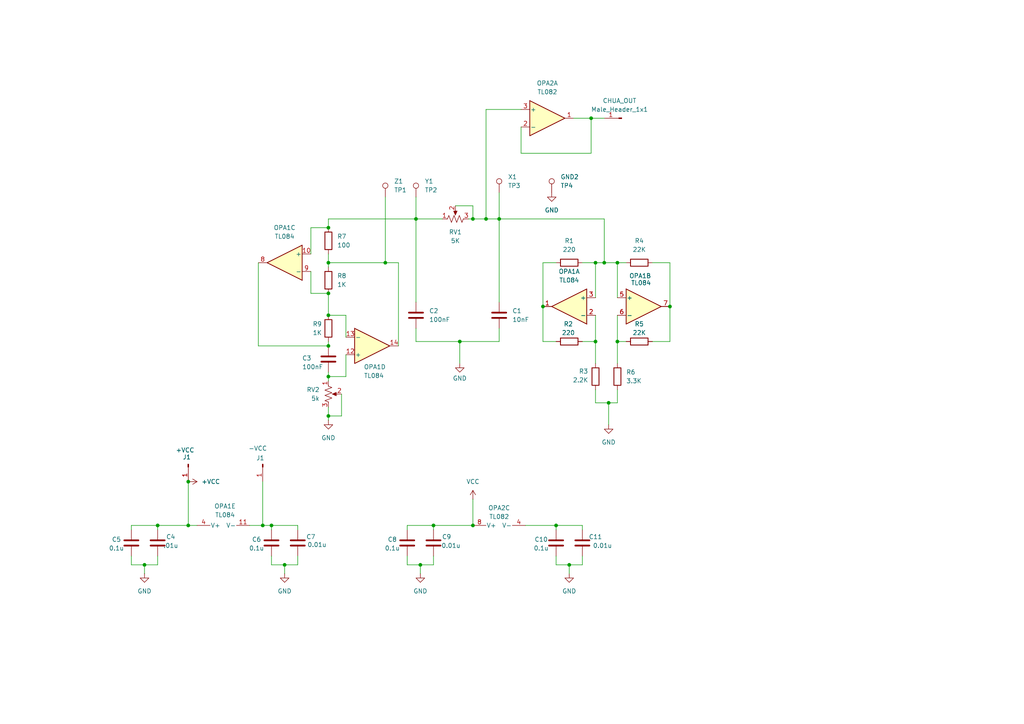
<source format=kicad_sch>
(kicad_sch (version 20250114) (generator "eeschema") (generator_version "9.0")
  (paper "A4")
  (lib_symbols
    (symbol "Amplifier_Operational:TL082" (pin_names (offset 0.127))
      (property "Reference" "U" (at 0 5.08 0))
      (property "Value" "TL082" (at 0 -5.08 0))
      (symbol "TL082_1_1"
        (polyline (pts (xy -5.08 5.08) (xy 5.08 0) (xy -5.08 -5.08) (xy -5.08 5.08)) (stroke (width 0.254)) (fill (type background)))
        (pin input line (at -7.62 2.54 0) (length 2.54) (name "+") (number "3"))
        (pin input line (at -7.62 -2.54 0) (length 2.54) (name "-") (number "2"))
        (pin output line (at 7.62 0 180) (length 2.54) (name "~") (number "1"))
      )
      (symbol "TL082_2_1"
        (polyline (pts (xy -5.08 5.08) (xy 5.08 0) (xy -5.08 -5.08) (xy -5.08 5.08)) (stroke (width 0.254)) (fill (type background)))
        (pin input line (at -7.62 2.54 0) (length 2.54) (name "+") (number "5"))
        (pin input line (at -7.62 -2.54 0) (length 2.54) (name "-") (number "6"))
        (pin output line (at 7.62 0 180) (length 2.54) (name "~") (number "7"))
      )
      (symbol "TL082_3_1"
        (pin power_in line (at -2.54 7.62 270) (length 3.81) (name "V+") (number "8"))
        (pin power_in line (at -2.54 -7.62 90) (length 3.81) (name "V-") (number "4"))
      )
    )
    (symbol "Amplifier_Operational:TL084" (pin_names (offset 0.127))
      (property "Reference" "OPA1" (at 0 -10.16 0))
      (property "Value" "TL084" (at 0 -7.62 0))
      (symbol "TL084_1_1"
        (polyline (pts (xy -5.08 5.08) (xy 5.08 0) (xy -5.08 -5.08) (xy -5.08 5.08)) (stroke (width 0.254)) (fill (type background)))
        (pin input line (at -7.62 2.54 0) (length 2.54) (name "-") (number "2"))
        (pin input line (at -7.62 -2.54 0) (length 2.54) (name "+") (number "3"))
        (pin output line (at 7.62 0 180) (length 2.54) (name "~") (number "1"))
      )
      (symbol "TL084_2_1"
        (polyline (pts (xy -5.08 5.08) (xy 5.08 0) (xy -5.08 -5.08) (xy -5.08 5.08)) (stroke (width 0.254)) (fill (type background)))
        (pin input line (at -7.62 2.54 0) (length 2.54) (name "+") (number "5"))
        (pin input line (at -7.62 -2.54 0) (length 2.54) (name "-") (number "6"))
        (pin output line (at 7.62 0 180) (length 2.54) (name "~") (number "7"))
      )
      (symbol "TL084_3_1"
        (polyline (pts (xy -5.08 5.08) (xy 5.08 0) (xy -5.08 -5.08) (xy -5.08 5.08)) (stroke (width 0.254)) (fill (type background)))
        (pin input line (at -7.62 2.54 0) (length 2.54) (name "-") (number "9"))
        (pin input line (at -7.62 -2.54 0) (length 2.54) (name "+") (number "10"))
        (pin output line (at 7.62 0 180) (length 2.54) (name "~") (number "8"))
      )
      (symbol "TL084_4_1"
        (polyline (pts (xy -5.08 5.08) (xy 5.08 0) (xy -5.08 -5.08) (xy -5.08 5.08)) (stroke (width 0.254)) (fill (type background)))
        (pin input line (at -7.62 2.54 0) (length 2.54) (name "-") (number "13"))
        (pin input line (at -7.62 -2.54 0) (length 2.54) (name "+") (number "12"))
        (pin output line (at 7.62 0 180) (length 2.54) (name "~") (number "14"))
      )
      (symbol "TL084_5_1"
        (pin power_in line (at -2.54 7.62 270) (length 3.81) (name "V+") (number "4"))
        (pin power_in line (at -2.54 -7.62 90) (length 3.81) (name "V-") (number "11"))
      )
    )
    (symbol "Connector:Conn_01x01_Pin" (pin_names (offset 1.016) (hide yes))
      (property "Reference" "J" (at 0 2.54 0))
      (property "Value" "Conn_01x01_Pin" (at 0 -2.54 0))
      (symbol "Conn_01x01_Pin_1_1"
        (rectangle (start 0.8636 0.127) (end 0 -0.127) (stroke (width 0.1524)) (fill (type outline)))
        (polyline (pts (xy 1.27 0) (xy 0.8636 0)) (stroke (width 0.1524)))
        (pin passive line (at 5.08 0 180) (length 3.81) (name "Pin_1") (number "1"))
      )
    )
    (symbol "Connector:TestPoint" (pin_numbers (hide yes)) (pin_names (offset 0.762) (hide yes))
      (property "Reference" "TP" (at 0 6.858 0))
      (property "Value" "TestPoint" (at 0 5.08 0))
      (symbol "TestPoint_0_1"
        (circle (center 0 3.302) (radius 0.762))
      )
      (symbol "TestPoint_1_1"
        (pin passive line (at 0 0 90) (length 2.54) (name "1") (number "1"))
      )
    )
    (symbol "Device:C" (pin_numbers (hide yes)) (pin_names (offset 0.254))
      (property "Reference" "C" (at 0.635 2.54 0))
      (property "Value" "C" (at 0.635 -2.54 0))
      (symbol "C_0_1"
        (polyline (pts (xy -2.032 0.762) (xy 2.032 0.762)) (stroke (width 0.508)))
        (polyline (pts (xy -2.032 -0.762) (xy 2.032 -0.762)) (stroke (width 0.508)))
      )
      (symbol "C_1_1"
        (pin passive line (at 0 3.81 270) (length 2.794) (name "~") (number "1"))
        (pin passive line (at 0 -3.81 90) (length 2.794) (name "~") (number "2"))
      )
    )
    (symbol "Device:R" (pin_numbers (hide yes)) (pin_names (offset 0))
      (property "Reference" "R" (at 2.032 0 90))
      (property "Value" "R" (at 0 0 90))
      (symbol "R_0_1"
        (rectangle (start -1.016 -2.54) (end 1.016 2.54) (stroke (width 0.254)))
      )
      (symbol "R_1_1"
        (pin passive line (at 0 3.81 270) (length 1.27) (name "~") (number "1"))
        (pin passive line (at 0 -3.81 90) (length 1.27) (name "~") (number "2"))
      )
    )
    (symbol "Device:R_Potentiometer_US" (pin_names (offset 1.016) (hide yes))
      (property "Reference" "RV" (at -4.445 0 90))
      (property "Value" "R_Potentiometer_US" (at -2.54 0 90))
      (symbol "R_Potentiometer_US_0_1"
        (polyline (pts (xy 0 2.54) (xy 0 2.286)))
        (polyline (pts (xy 0 2.286) (xy 1.016 1.905) (xy 0 1.524) (xy -1.016 1.143) (xy 0 0.762)))
        (polyline (pts (xy 0 0.762) (xy 1.016 0.381) (xy 0 0) (xy -1.016 -0.381) (xy 0 -0.762)))
        (polyline (pts (xy 0 -0.762) (xy 1.016 -1.143) (xy 0 -1.524) (xy -1.016 -1.905) (xy 0 -2.286)))
        (polyline (pts (xy 0 -2.286) (xy 0 -2.54)))
        (polyline (pts (xy 1.143 0) (xy 2.286 0.508) (xy 2.286 -0.508) (xy 1.143 0)) (fill (type outline)))
        (polyline (pts (xy 2.54 0) (xy 1.524 0)))
      )
      (symbol "R_Potentiometer_US_1_1"
        (pin passive line (at 0 3.81 270) (length 1.27) (name "1") (number "1"))
        (pin passive line (at 0 -3.81 90) (length 1.27) (name "3") (number "3"))
        (pin passive line (at 3.81 0 180) (length 1.27) (name "2") (number "2"))
      )
    )
    (symbol "TL084_1" (pin_names (offset 0.127))
      (property "Reference" "OPA1" (at 0 -10.16 0))
      (property "Value" "TL084" (at 0 -7.62 0))
      (symbol "TL084_1_1_1"
        (polyline (pts (xy -5.08 5.08) (xy 5.08 0) (xy -5.08 -5.08) (xy -5.08 5.08)) (stroke (width 0.254)) (fill (type background)))
        (pin input line (at -7.62 2.54 0) (length 2.54) (name "-") (number "2"))
        (pin input line (at -7.62 -2.54 0) (length 2.54) (name "+") (number "3"))
        (pin output line (at 7.62 0 180) (length 2.54) (name "~") (number "1"))
      )
      (symbol "TL084_1_2_1"
        (polyline (pts (xy -5.08 5.08) (xy 5.08 0) (xy -5.08 -5.08) (xy -5.08 5.08)) (stroke (width 0.254)) (fill (type background)))
        (pin input line (at -7.62 2.54 0) (length 2.54) (name "+") (number "5"))
        (pin input line (at -7.62 -2.54 0) (length 2.54) (name "-") (number "6"))
        (pin output line (at 7.62 0 180) (length 2.54) (name "~") (number "7"))
      )
      (symbol "TL084_1_3_1"
        (polyline (pts (xy -5.08 5.08) (xy 5.08 0) (xy -5.08 -5.08) (xy -5.08 5.08)) (stroke (width 0.254)) (fill (type background)))
        (pin input line (at -7.62 2.54 0) (length 2.54) (name "-") (number "9"))
        (pin input line (at -7.62 -2.54 0) (length 2.54) (name "+") (number "10"))
        (pin output line (at 7.62 0 180) (length 2.54) (name "~") (number "8"))
      )
      (symbol "TL084_1_4_1"
        (polyline (pts (xy -5.08 5.08) (xy 5.08 0) (xy -5.08 -5.08) (xy -5.08 5.08)) (stroke (width 0.254)) (fill (type background)))
        (pin input line (at -7.62 2.54 0) (length 2.54) (name "-") (number "13"))
        (pin input line (at -7.62 -2.54 0) (length 2.54) (name "+") (number "12"))
        (pin output line (at 7.62 0 180) (length 2.54) (name "~") (number "14"))
      )
      (symbol "TL084_1_5_1"
        (pin power_in line (at -2.54 7.62 270) (length 3.81) (name "V+") (number "4"))
        (pin power_in line (at -2.54 -7.62 90) (length 3.81) (name "V-") (number "11"))
      )
    )
    (symbol "TL084_2" (pin_names (offset 0.127))
      (property "Reference" "OPA1" (at 0 -10.16 0))
      (property "Value" "TL084" (at 0 -7.62 0))
      (symbol "TL084_2_1_1"
        (polyline (pts (xy -5.08 5.08) (xy 5.08 0) (xy -5.08 -5.08) (xy -5.08 5.08)) (stroke (width 0.254)) (fill (type background)))
        (pin input line (at -7.62 2.54 0) (length 2.54) (name "-") (number "2"))
        (pin input line (at -7.62 -2.54 0) (length 2.54) (name "+") (number "3"))
        (pin output line (at 7.62 0 180) (length 2.54) (name "~") (number "1"))
      )
      (symbol "TL084_2_2_1"
        (polyline (pts (xy -5.08 5.08) (xy 5.08 0) (xy -5.08 -5.08) (xy -5.08 5.08)) (stroke (width 0.254)) (fill (type background)))
        (pin input line (at -7.62 2.54 0) (length 2.54) (name "+") (number "5"))
        (pin input line (at -7.62 -2.54 0) (length 2.54) (name "-") (number "6"))
        (pin output line (at 7.62 0 180) (length 2.54) (name "~") (number "7"))
      )
      (symbol "TL084_2_3_1"
        (polyline (pts (xy -5.08 5.08) (xy 5.08 0) (xy -5.08 -5.08) (xy -5.08 5.08)) (stroke (width 0.254)) (fill (type background)))
        (pin input line (at -7.62 2.54 0) (length 2.54) (name "-") (number "9"))
        (pin input line (at -7.62 -2.54 0) (length 2.54) (name "+") (number "10"))
        (pin output line (at 7.62 0 180) (length 2.54) (name "~") (number "8"))
      )
      (symbol "TL084_2_4_1"
        (polyline (pts (xy -5.08 5.08) (xy 5.08 0) (xy -5.08 -5.08) (xy -5.08 5.08)) (stroke (width 0.254)) (fill (type background)))
        (pin input line (at -7.62 2.54 0) (length 2.54) (name "-") (number "13"))
        (pin input line (at -7.62 -2.54 0) (length 2.54) (name "+") (number "12"))
        (pin output line (at 7.62 0 180) (length 2.54) (name "~") (number "14"))
      )
      (symbol "TL084_2_5_1"
        (pin power_in line (at -2.54 7.62 270) (length 3.81) (name "V+") (number "4"))
        (pin power_in line (at -2.54 -7.62 90) (length 3.81) (name "V-") (number "11"))
      )
    )
    (symbol "TL084_3" (pin_names (offset 0.127))
      (property "Reference" "OPA1" (at 0 -10.16 0))
      (property "Value" "TL084" (at 0 -7.62 0))
      (symbol "TL084_3_1_1"
        (polyline (pts (xy -5.08 5.08) (xy 5.08 0) (xy -5.08 -5.08) (xy -5.08 5.08)) (stroke (width 0.254)) (fill (type background)))
        (pin input line (at -7.62 2.54 0) (length 2.54) (name "-") (number "2"))
        (pin input line (at -7.62 -2.54 0) (length 2.54) (name "+") (number "3"))
        (pin output line (at 7.62 0 180) (length 2.54) (name "~") (number "1"))
      )
      (symbol "TL084_3_2_1"
        (polyline (pts (xy -5.08 5.08) (xy 5.08 0) (xy -5.08 -5.08) (xy -5.08 5.08)) (stroke (width 0.254)) (fill (type background)))
        (pin input line (at -7.62 2.54 0) (length 2.54) (name "+") (number "5"))
        (pin input line (at -7.62 -2.54 0) (length 2.54) (name "-") (number "6"))
        (pin output line (at 7.62 0 180) (length 2.54) (name "~") (number "7"))
      )
      (symbol "TL084_3_3_1"
        (polyline (pts (xy -5.08 5.08) (xy 5.08 0) (xy -5.08 -5.08) (xy -5.08 5.08)) (stroke (width 0.254)) (fill (type background)))
        (pin input line (at -7.62 2.54 0) (length 2.54) (name "-") (number "9"))
        (pin input line (at -7.62 -2.54 0) (length 2.54) (name "+") (number "10"))
        (pin output line (at 7.62 0 180) (length 2.54) (name "~") (number "8"))
      )
      (symbol "TL084_3_4_1"
        (polyline (pts (xy -5.08 5.08) (xy 5.08 0) (xy -5.08 -5.08) (xy -5.08 5.08)) (stroke (width 0.254)) (fill (type background)))
        (pin input line (at -7.62 2.54 0) (length 2.54) (name "-") (number "13"))
        (pin input line (at -7.62 -2.54 0) (length 2.54) (name "+") (number "12"))
        (pin output line (at 7.62 0 180) (length 2.54) (name "~") (number "14"))
      )
      (symbol "TL084_3_5_1"
        (pin power_in line (at -2.54 7.62 270) (length 3.81) (name "V+") (number "4"))
        (pin power_in line (at -2.54 -7.62 90) (length 3.81) (name "V-") (number "11"))
      )
    )
    (symbol "TL084_4" (pin_names (offset 0.127))
      (property "Reference" "OPA1" (at 0 -10.16 0))
      (property "Value" "TL084" (at 0 -7.62 0))
      (symbol "TL084_4_1_1"
        (polyline (pts (xy -5.08 5.08) (xy 5.08 0) (xy -5.08 -5.08) (xy -5.08 5.08)) (stroke (width 0.254)) (fill (type background)))
        (pin input line (at -7.62 2.54 0) (length 2.54) (name "-") (number "2"))
        (pin input line (at -7.62 -2.54 0) (length 2.54) (name "+") (number "3"))
        (pin output line (at 7.62 0 180) (length 2.54) (name "~") (number "1"))
      )
      (symbol "TL084_4_2_1"
        (polyline (pts (xy -5.08 5.08) (xy 5.08 0) (xy -5.08 -5.08) (xy -5.08 5.08)) (stroke (width 0.254)) (fill (type background)))
        (pin input line (at -7.62 2.54 0) (length 2.54) (name "+") (number "5"))
        (pin input line (at -7.62 -2.54 0) (length 2.54) (name "-") (number "6"))
        (pin output line (at 7.62 0 180) (length 2.54) (name "~") (number "7"))
      )
      (symbol "TL084_4_3_1"
        (polyline (pts (xy -5.08 5.08) (xy 5.08 0) (xy -5.08 -5.08) (xy -5.08 5.08)) (stroke (width 0.254)) (fill (type background)))
        (pin input line (at -7.62 2.54 0) (length 2.54) (name "-") (number "9"))
        (pin input line (at -7.62 -2.54 0) (length 2.54) (name "+") (number "10"))
        (pin output line (at 7.62 0 180) (length 2.54) (name "~") (number "8"))
      )
      (symbol "TL084_4_4_1"
        (polyline (pts (xy -5.08 5.08) (xy 5.08 0) (xy -5.08 -5.08) (xy -5.08 5.08)) (stroke (width 0.254)) (fill (type background)))
        (pin input line (at -7.62 2.54 0) (length 2.54) (name "-") (number "13"))
        (pin input line (at -7.62 -2.54 0) (length 2.54) (name "+") (number "12"))
        (pin output line (at 7.62 0 180) (length 2.54) (name "~") (number "14"))
      )
      (symbol "TL084_4_5_1"
        (pin power_in line (at -2.54 7.62 270) (length 3.81) (name "V+") (number "4"))
        (pin power_in line (at -2.54 -7.62 90) (length 3.81) (name "V-") (number "11"))
      )
    )
    (symbol "power:GND" (power) (pin_numbers (hide yes)) (pin_names (offset 0) (hide yes))
      (property "Value" "GND" (at 0 -3.81 0))
      (symbol "GND_0_1"
        (polyline (pts (xy 0 0) (xy 0 -1.27) (xy 1.27 -1.27) (xy 0 -2.54) (xy -1.27 -1.27) (xy 0 -1.27)))
      )
      (symbol "GND_1_1"
        (pin power_in line (at 0 0 270) (length 0) (name "~") (number "1"))
      )
    )
    (symbol "power:VCC" (power) (pin_numbers (hide yes)) (pin_names (offset 0) (hide yes))
      (property "Value" "VCC" (at 0 3.556 0))
      (symbol "VCC_0_1"
        (polyline (pts (xy -0.762 1.27) (xy 0 2.54)))
        (polyline (pts (xy 0 2.54) (xy 0.762 1.27)))
        (polyline (pts (xy 0 0) (xy 0 2.54)))
      )
      (symbol "VCC_1_1"
        (pin power_in line (at 0 0 90) (length 0) (name "~") (number "1"))
      )
    )
  )
  (junction (at 95.25 109.22))
  (junction (at 95.25 85.09))
  (junction (at 194.31 88.9))
  (junction (at 111.76 76.2))
  (junction (at 54.61 152.4))
  (junction (at 157.48 88.9))
  (junction (at 45.72 152.4))
  (junction (at 54.61 139.7))
  (junction (at 125.73 152.4))
  (junction (at 133.35 99.06))
  (junction (at 137.16 152.4))
  (junction (at 140.97 63.5))
  (junction (at 95.25 120.65))
  (junction (at 95.25 76.2))
  (junction (at 179.07 99.06))
  (junction (at 95.25 91.44))
  (junction (at 76.2 152.4))
  (junction (at 161.29 152.4))
  (junction (at 120.65 63.5))
  (junction (at 172.72 99.06))
  (junction (at 95.25 100.33))
  (junction (at 121.92 163.83))
  (junction (at 179.07 76.2))
  (junction (at 175.26 76.2))
  (junction (at 82.55 163.83))
  (junction (at 144.78 63.5))
  (junction (at 171.45 34.29))
  (junction (at 172.72 76.2))
  (junction (at 176.53 116.84))
  (junction (at 95.25 66.04))
  (junction (at 137.16 63.5))
  (junction (at 165.1 163.83))
  (junction (at 41.91 163.83))
  (junction (at 78.74 152.4))
  (wire (pts (xy 157.48 76.2) (xy 157.48 88.9)))
  (wire (pts (xy 121.92 163.83) (xy 121.92 166.37)))
  (wire (pts (xy 90.17 78.74) (xy 90.17 85.09)))
  (wire (pts (xy 194.31 88.9) (xy 194.31 76.2)))
  (wire (pts (xy 86.36 163.83) (xy 82.55 163.83)))
  (wire (pts (xy 90.17 66.04) (xy 95.25 66.04)))
  (wire (pts (xy 82.55 163.83) (xy 78.74 163.83)))
  (wire (pts (xy 144.78 63.5) (xy 144.78 87.63)))
  (wire (pts (xy 161.29 152.4) (xy 161.29 153.67)))
  (wire (pts (xy 76.2 152.4) (xy 78.74 152.4)))
  (wire (pts (xy 144.78 55.88) (xy 144.78 63.5)))
  (wire (pts (xy 100.33 109.22) (xy 100.33 102.87)))
  (wire (pts (xy 172.72 76.2) (xy 175.26 76.2)))
  (wire (pts (xy 168.91 76.2) (xy 172.72 76.2)))
  (wire (pts (xy 76.2 139.7) (xy 76.2 152.4)))
  (wire (pts (xy 144.78 63.5) (xy 175.26 63.5)))
  (wire (pts (xy 137.16 152.4) (xy 125.73 152.4)))
  (wire (pts (xy 95.25 76.2) (xy 95.25 77.47)))
  (wire (pts (xy 120.65 57.15) (xy 120.65 63.5)))
  (wire (pts (xy 120.65 99.06) (xy 133.35 99.06)))
  (wire (pts (xy 125.73 161.29) (xy 125.73 163.83)))
  (wire (pts (xy 179.07 76.2) (xy 179.07 86.36)))
  (wire (pts (xy 175.26 76.2) (xy 179.07 76.2)))
  (wire (pts (xy 95.25 118.11) (xy 95.25 120.65)))
  (wire (pts (xy 168.91 152.4) (xy 161.29 152.4)))
  (wire (pts (xy 95.25 76.2) (xy 111.76 76.2)))
  (wire (pts (xy 100.33 91.44) (xy 100.33 97.79)))
  (wire (pts (xy 172.72 99.06) (xy 168.91 99.06)))
  (wire (pts (xy 171.45 34.29) (xy 175.26 34.29)))
  (wire (pts (xy 95.25 109.22) (xy 100.33 109.22)))
  (wire (pts (xy 45.72 152.4) (xy 38.1 152.4)))
  (wire (pts (xy 118.11 152.4) (xy 118.11 153.67)))
  (wire (pts (xy 54.61 152.4) (xy 45.72 152.4)))
  (wire (pts (xy 45.72 152.4) (xy 45.72 153.67)))
  (wire (pts (xy 161.29 76.2) (xy 157.48 76.2)))
  (wire (pts (xy 125.73 152.4) (xy 118.11 152.4)))
  (wire (pts (xy 95.25 120.65) (xy 99.06 120.65)))
  (wire (pts (xy 140.97 63.5) (xy 144.78 63.5)))
  (wire (pts (xy 168.91 161.29) (xy 168.91 163.83)))
  (wire (pts (xy 72.39 152.4) (xy 76.2 152.4)))
  (wire (pts (xy 99.06 114.3) (xy 99.06 120.65)))
  (wire (pts (xy 144.78 95.25) (xy 144.78 99.06)))
  (wire (pts (xy 137.16 63.5) (xy 140.97 63.5)))
  (wire (pts (xy 90.17 85.09) (xy 95.25 85.09)))
  (wire (pts (xy 165.1 163.83) (xy 165.1 166.37)))
  (wire (pts (xy 135.89 63.5) (xy 137.16 63.5)))
  (wire (pts (xy 140.97 63.5) (xy 140.97 31.75)))
  (wire (pts (xy 179.07 113.03) (xy 179.07 116.84)))
  (wire (pts (xy 172.72 91.44) (xy 172.72 99.06)))
  (wire (pts (xy 111.76 57.15) (xy 111.76 76.2)))
  (wire (pts (xy 140.97 31.75) (xy 151.13 31.75)))
  (wire (pts (xy 176.53 116.84) (xy 176.53 123.19)))
  (wire (pts (xy 133.35 99.06) (xy 133.35 105.41)))
  (wire (pts (xy 120.65 63.5) (xy 120.65 87.63)))
  (wire (pts (xy 74.93 76.2) (xy 74.93 100.33)))
  (wire (pts (xy 128.27 63.5) (xy 120.65 63.5)))
  (wire (pts (xy 137.16 63.5) (xy 137.16 59.69)))
  (wire (pts (xy 45.72 161.29) (xy 45.72 163.83)))
  (wire (pts (xy 175.26 76.2) (xy 175.26 63.5)))
  (wire (pts (xy 95.25 100.33) (xy 95.25 99.06)))
  (wire (pts (xy 57.15 152.4) (xy 54.61 152.4)))
  (wire (pts (xy 179.07 91.44) (xy 179.07 99.06)))
  (wire (pts (xy 125.73 152.4) (xy 125.73 153.67)))
  (wire (pts (xy 172.72 113.03) (xy 172.72 116.84)))
  (wire (pts (xy 78.74 152.4) (xy 78.74 153.67)))
  (wire (pts (xy 157.48 99.06) (xy 161.29 99.06)))
  (wire (pts (xy 78.74 161.29) (xy 78.74 163.83)))
  (wire (pts (xy 120.65 95.25) (xy 120.65 99.06)))
  (wire (pts (xy 172.72 116.84) (xy 176.53 116.84)))
  (wire (pts (xy 74.93 100.33) (xy 95.25 100.33)))
  (wire (pts (xy 171.45 34.29) (xy 171.45 44.45)))
  (wire (pts (xy 45.72 163.83) (xy 41.91 163.83)))
  (wire (pts (xy 90.17 66.04) (xy 90.17 73.66)))
  (wire (pts (xy 95.25 110.49) (xy 95.25 109.22)))
  (wire (pts (xy 137.16 152.4) (xy 137.16 144.78)))
  (wire (pts (xy 38.1 152.4) (xy 38.1 153.67)))
  (wire (pts (xy 161.29 161.29) (xy 161.29 163.83)))
  (wire (pts (xy 95.25 63.5) (xy 120.65 63.5)))
  (wire (pts (xy 179.07 99.06) (xy 179.07 105.41)))
  (wire (pts (xy 165.1 163.83) (xy 161.29 163.83)))
  (wire (pts (xy 157.48 88.9) (xy 157.48 99.06)))
  (wire (pts (xy 82.55 163.83) (xy 82.55 166.37)))
  (wire (pts (xy 41.91 163.83) (xy 41.91 166.37)))
  (wire (pts (xy 115.57 76.2) (xy 115.57 100.33)))
  (wire (pts (xy 54.61 139.7) (xy 54.61 152.4)))
  (wire (pts (xy 168.91 163.83) (xy 165.1 163.83)))
  (wire (pts (xy 41.91 163.83) (xy 38.1 163.83)))
  (wire (pts (xy 95.25 63.5) (xy 95.25 66.04)))
  (wire (pts (xy 132.08 59.69) (xy 137.16 59.69)))
  (wire (pts (xy 151.13 36.83) (xy 151.13 44.45)))
  (wire (pts (xy 95.25 91.44) (xy 100.33 91.44)))
  (wire (pts (xy 172.72 86.36) (xy 172.72 76.2)))
  (wire (pts (xy 179.07 99.06) (xy 181.61 99.06)))
  (wire (pts (xy 189.23 99.06) (xy 194.31 99.06)))
  (wire (pts (xy 133.35 99.06) (xy 144.78 99.06)))
  (wire (pts (xy 179.07 76.2) (xy 181.61 76.2)))
  (wire (pts (xy 111.76 76.2) (xy 115.57 76.2)))
  (wire (pts (xy 118.11 161.29) (xy 118.11 163.83)))
  (wire (pts (xy 168.91 152.4) (xy 168.91 153.67)))
  (wire (pts (xy 166.37 34.29) (xy 171.45 34.29)))
  (wire (pts (xy 95.25 73.66) (xy 95.25 76.2)))
  (wire (pts (xy 38.1 161.29) (xy 38.1 163.83)))
  (wire (pts (xy 86.36 152.4) (xy 78.74 152.4)))
  (wire (pts (xy 172.72 99.06) (xy 172.72 105.41)))
  (wire (pts (xy 179.07 116.84) (xy 176.53 116.84)))
  (wire (pts (xy 95.25 85.09) (xy 95.25 91.44)))
  (wire (pts (xy 171.45 44.45) (xy 151.13 44.45)))
  (wire (pts (xy 152.4 152.4) (xy 161.29 152.4)))
  (wire (pts (xy 86.36 161.29) (xy 86.36 163.83)))
  (wire (pts (xy 95.25 109.22) (xy 95.25 107.95)))
  (wire (pts (xy 189.23 76.2) (xy 194.31 76.2)))
  (wire (pts (xy 194.31 99.06) (xy 194.31 88.9)))
  (wire (pts (xy 121.92 163.83) (xy 118.11 163.83)))
  (wire (pts (xy 125.73 163.83) (xy 121.92 163.83)))
  (wire (pts (xy 95.25 121.92) (xy 95.25 120.65)))
  (wire (pts (xy 86.36 152.4) (xy 86.36 153.67)))
  (symbol (lib_id "Device:R_Potentiometer_US") (at 132.08 63.5 90) (unit 1)
    (property "Reference" "RV1" (at 132.08 67.31 90))
    (property "Value" "5K" (at 132.08 69.85 90))
    (property "Footprint" "Connector_PinHeader_2.54mm:PinHeader_1x03_P2.54mm_Vertical" (effects (hide yes)))
    (property "Description" "Potentiometer, US symbol" (effects (hide yes)))
  )
  (symbol (lib_id "Device:R") (at 185.42 76.2 90) (unit 1)
    (property "Reference" "R4" (at 185.42 69.85 90))
    (property "Value" "22K" (at 185.42 72.39 90))
    (property "Footprint" "Resistor_SMD:R_0603_1608Metric" (effects (hide yes)))
    (property "Description" "Resistor" (effects (hide yes)))
  )
  (symbol (lib_id "Device:R") (at 95.25 81.28 180) (unit 1)
    (property "Reference" "R8" (at 97.79 80.0099 0) (effects (justify right)))
    (property "Value" "1K" (at 97.79 82.5499 0) (effects (justify right)))
    (property "Footprint" "Resistor_SMD:R_0603_1608Metric" (effects (hide yes)))
    (property "Description" "Resistor" (effects (hide yes)))
  )
  (symbol (lib_id "Device:C") (at 161.29 157.48 0) (unit 1)
    (property "Reference" "C10" (at 156.972 156.464 0))
    (property "Value" "0.1u" (at 156.972 159.004 0))
    (property "Description" "Unpolarized capacitor" (effects (hide yes)))
  )
  (symbol (lib_id "Device:C") (at 120.65 91.44 0) (unit 1)
    (property "Reference" "C2" (at 124.46 90.1699 0) (effects (justify left)))
    (property "Value" "100nF" (at 124.46 92.7099 0) (effects (justify left)))
    (property "Footprint" "Capacitor_SMD:C_1206_3216Metric" (effects (hide yes)))
    (property "Description" "Unpolarized capacitor" (effects (hide yes)))
  )
  (symbol (lib_name "TL084_1") (lib_id "Amplifier_Operational:TL084") (at 186.69 88.9 0) (unit 2)
    (property "Reference" "OPA1" (at 185.674 80.01 0))
    (property "Value" "TL084" (at 185.928 82.042 0))
    (property "Footprint" "SamacSys_Parts:TL084" (effects (hide yes)))
    (property "Datasheet" "http://www.ti.com/lit/ds/symlink/tl081.pdf" (effects (hide yes)))
    (property "Description" "Quad JFET-Input Operational Amplifiers, DIP-14/SOIC-14/SSOP-14" (effects (hide yes)))
  )
  (symbol (lib_id "Device:C") (at 125.73 157.48 0) (unit 1)
    (property "Reference" "C9" (at 129.54 155.702 0))
    (property "Value" "0.01u" (at 130.81 158.242 0))
    (property "Description" "Unpolarized capacitor" (effects (hide yes)))
  )
  (symbol (lib_id "Device:R") (at 172.72 109.22 180) (unit 1)
    (property "Reference" "R3" (at 167.894 107.696 0) (effects (justify right)))
    (property "Value" "2.2K" (at 166.116 110.236 0) (effects (justify right)))
    (property "Footprint" "Resistor_SMD:R_0603_1608Metric" (effects (hide yes)))
    (property "Description" "Resistor" (effects (hide yes)))
  )
  (symbol (lib_id "power:GND") (at 160.02 55.88 0) (unit 1)
    (property "Reference" "#PWR03" (effects (hide yes)))
    (property "Value" "GND" (at 160.02 60.96 0))
    (property "Description" "Power symbol creates a global label with name \"GND\" , ground" (effects (hide yes)))
  )
  (symbol (lib_id "power:VCC") (at 137.16 144.78 0) (unit 1)
    (property "Reference" "#PWR08" (effects (hide yes)))
    (property "Value" "VCC" (at 137.16 139.7 0))
    (property "Description" "Power symbol creates a global label with name \"VCC\"" (effects (hide yes)))
  )
  (symbol (lib_id "Amplifier_Operational:TL082") (at 158.75 34.29 0) (unit 1)
    (property "Reference" "OPA2" (at 158.75 24.13 0))
    (property "Value" "TL082" (at 158.75 26.67 0))
    (property "Footprint" "SamacSys_Parts:TL082" (effects (hide yes)))
    (property "Datasheet" "http://www.ti.com/lit/ds/symlink/tl081.pdf" (effects (hide yes)))
    (property "Description" "Dual JFET-Input Operational Amplifiers, DIP-8/SOIC-8/SSOP-8" (effects (hide yes)))
  )
  (symbol (lib_id "Device:R") (at 95.25 95.25 180) (unit 1)
    (property "Reference" "R9" (at 90.678 93.98 0) (effects (justify right)))
    (property "Value" "1K" (at 90.678 96.52 0) (effects (justify right)))
    (property "Footprint" "Resistor_SMD:R_0603_1608Metric" (effects (hide yes)))
    (property "Description" "Resistor" (effects (hide yes)))
  )
  (symbol (lib_id "Connector:TestPoint") (at 144.78 55.88 0) (unit 1)
    (property "Reference" "X1" (at 147.32 51.3079 0) (effects (justify left)))
    (property "Value" "TP3" (at 147.32 53.8479 0) (effects (justify left)))
    (property "Footprint" "Connector_PinHeader_2.54mm:PinHeader_1x01_P2.54mm_Vertical" (effects (hide yes)))
    (property "Description" "test point" (effects (hide yes)))
  )
  (symbol (lib_id "Connector:TestPoint") (at 120.65 57.15 0) (unit 1)
    (property "Reference" "Y1" (at 123.19 52.5779 0) (effects (justify left)))
    (property "Value" "TP2" (at 123.19 55.1179 0) (effects (justify left)))
    (property "Footprint" "Connector_PinHeader_2.54mm:PinHeader_1x01_P2.54mm_Vertical" (effects (hide yes)))
    (property "Description" "test point" (effects (hide yes)))
  )
  (symbol (lib_id "Device:R") (at 165.1 99.06 90) (unit 1)
    (property "Reference" "R2" (at 164.846 93.98 90))
    (property "Value" "220" (at 164.846 96.52 90))
    (property "Footprint" "Resistor_SMD:R_0603_1608Metric" (effects (hide yes)))
    (property "Description" "Resistor" (effects (hide yes)))
  )
  (symbol (lib_id "Connector:Conn_01x01_Pin") (at 76.2 134.62 270) (unit 1)
    (property "Reference" "-VCC" (at 77.47 130.048 90) (effects (justify right)))
    (property "Value" "J1" (at 76.708 132.842 90) (effects (justify right)))
    (property "Footprint" "Connector_PinHeader_2.54mm:PinHeader_1x01_P2.54mm_Vertical" (effects (hide yes)))
    (property "Description" "Generic connector, single row, 01x01, script generated" (effects (hide yes)))
  )
  (symbol (lib_name "TL084_2") (lib_id "Amplifier_Operational:TL084") (at 82.55 76.2 180) (unit 3)
    (property "Reference" "OPA1" (at 82.55 66.04 0))
    (property "Value" "TL084" (at 82.55 68.58 0))
    (property "Footprint" "SamacSys_Parts:TL084" (effects (hide yes)))
    (property "Datasheet" "http://www.ti.com/lit/ds/symlink/tl081.pdf" (effects (hide yes)))
    (property "Description" "Quad JFET-Input Operational Amplifiers, DIP-14/SOIC-14/SSOP-14" (effects (hide yes)))
  )
  (symbol (lib_id "Connector:Conn_01x01_Pin") (at 54.61 134.62 270) (unit 1)
    (property "Reference" "+VCC" (at 56.388 130.556 90) (effects (justify right)))
    (property "Value" "J1" (at 55.372 132.588 90) (effects (justify right)))
    (property "Footprint" "Connector_PinHeader_2.54mm:PinHeader_1x01_P2.54mm_Vertical" (effects (hide yes)))
    (property "Description" "Generic connector, single row, 01x01, script generated" (effects (hide yes)))
  )
  (symbol (lib_name "TL084_3") (lib_id "Amplifier_Operational:TL084") (at 107.95 100.33 0) (unit 4)
    (property "Reference" "OPA1" (at 108.712 106.426 0))
    (property "Value" "TL084" (at 108.458 108.966 0))
    (property "Footprint" "SamacSys_Parts:TL084" (effects (hide yes)))
    (property "Datasheet" "http://www.ti.com/lit/ds/symlink/tl081.pdf" (effects (hide yes)))
    (property "Description" "Quad JFET-Input Operational Amplifiers, DIP-14/SOIC-14/SSOP-14" (effects (hide yes)))
  )
  (symbol (lib_id "Connector:TestPoint") (at 160.02 55.88 0) (unit 1)
    (property "Reference" "GND2" (at 162.56 51.3079 0) (effects (justify left)))
    (property "Value" "TP4" (at 162.56 53.8479 0) (effects (justify left)))
    (property "Footprint" "Connector_PinHeader_2.54mm:PinHeader_1x01_P2.54mm_Vertical" (effects (hide yes)))
    (property "Description" "test point" (effects (hide yes)))
  )
  (symbol (lib_id "Device:C") (at 144.78 91.44 0) (unit 1)
    (property "Reference" "C1" (at 148.59 90.1699 0) (effects (justify left)))
    (property "Value" "10nF" (at 148.59 92.7099 0) (effects (justify left)))
    (property "Footprint" "Capacitor_SMD:C_0603_1608Metric" (effects (hide yes)))
    (property "Description" "Unpolarized capacitor" (effects (hide yes)))
  )
  (symbol (lib_id "Device:R") (at 95.25 69.85 180) (unit 1)
    (property "Reference" "R7" (at 97.79 68.5799 0) (effects (justify right)))
    (property "Value" "100" (at 97.79 71.1199 0) (effects (justify right)))
    (property "Footprint" "Resistor_SMD:R_0603_1608Metric" (effects (hide yes)))
    (property "Description" "Resistor" (effects (hide yes)))
  )
  (symbol (lib_id "power:VCC") (at 54.61 139.7 270) (unit 1)
    (property "Reference" "#PWR01" (effects (hide yes)))
    (property "Value" "+VCC" (at 58.42 139.7 90) (effects (justify left)))
    (property "Description" "Power symbol creates a global label with name \"VCC\"" (effects (hide yes)))
  )
  (symbol (lib_id "Device:C") (at 168.91 157.48 0) (unit 1)
    (property "Reference" "C11" (at 172.72 155.702 0))
    (property "Value" "0.01u" (at 174.752 158.242 0))
    (property "Description" "Unpolarized capacitor" (effects (hide yes)))
  )
  (symbol (lib_id "power:GND") (at 82.55 166.37 0) (unit 1)
    (property "Reference" "#PWR010" (effects (hide yes)))
    (property "Value" "GND" (at 82.55 171.45 0))
    (property "Description" "Power symbol creates a global label with name \"GND\" , ground" (effects (hide yes)))
  )
  (symbol (lib_id "Device:C") (at 78.74 157.48 0) (unit 1)
    (property "Reference" "C6" (at 74.422 156.464 0))
    (property "Value" "0.1u" (at 74.422 159.004 0))
    (property "Description" "Unpolarized capacitor" (effects (hide yes)))
  )
  (symbol (lib_id "Connector:TestPoint") (at 111.76 57.15 0) (unit 1)
    (property "Reference" "Z1" (at 114.3 52.5779 0) (effects (justify left)))
    (property "Value" "TP1" (at 114.3 55.1179 0) (effects (justify left)))
    (property "Footprint" "Connector_PinHeader_2.54mm:PinHeader_1x01_P2.54mm_Vertical" (effects (hide yes)))
    (property "Description" "test point" (effects (hide yes)))
  )
  (symbol (lib_id "power:GND") (at 95.25 121.92 0) (unit 1)
    (property "Reference" "#PWR07" (effects (hide yes)))
    (property "Value" "GND" (at 95.25 127 0))
    (property "Description" "Power symbol creates a global label with name \"GND\" , ground" (effects (hide yes)))
  )
  (symbol (lib_id "Device:C") (at 86.36 157.48 0) (unit 1)
    (property "Reference" "C7" (at 90.17 155.702 0))
    (property "Value" "0.01u" (at 91.948 157.988 0))
    (property "Description" "Unpolarized capacitor" (effects (hide yes)))
  )
  (symbol (lib_id "power:GND") (at 165.1 166.37 0) (unit 1)
    (property "Reference" "#PWR012" (effects (hide yes)))
    (property "Value" "GND" (at 165.1 171.45 0))
    (property "Description" "Power symbol creates a global label with name \"GND\" , ground" (effects (hide yes)))
  )
  (symbol (lib_id "Device:R") (at 165.1 76.2 90) (unit 1)
    (property "Reference" "R1" (at 165.1 69.85 90))
    (property "Value" "220" (at 165.1 72.39 90))
    (property "Footprint" "Resistor_SMD:R_0603_1608Metric" (effects (hide yes)))
    (property "Description" "Resistor" (effects (hide yes)))
  )
  (symbol (lib_id "Device:C") (at 45.72 157.48 0) (unit 1)
    (property "Reference" "C4" (at 49.53 155.702 0))
    (property "Value" ".01u" (at 49.53 158.242 0))
    (property "Description" "Unpolarized capacitor" (effects (hide yes)))
  )
  (symbol (lib_name "TL084_4") (lib_id "Amplifier_Operational:TL084") (at 165.1 88.9 180) (unit 1)
    (property "Reference" "OPA1" (at 165.1 78.74 0))
    (property "Value" "TL084" (at 165.1 81.28 0))
    (property "Footprint" "SamacSys_Parts:TL084" (effects (hide yes)))
    (property "Datasheet" "http://www.ti.com/lit/ds/symlink/tl081.pdf" (effects (hide yes)))
    (property "Description" "Quad JFET-Input Operational Amplifiers, DIP-14/SOIC-14/SSOP-14" (effects (hide yes)))
  )
  (symbol (lib_id "power:GND") (at 41.91 166.37 0) (unit 1)
    (property "Reference" "#PWR05" (effects (hide yes)))
    (property "Value" "GND" (at 41.91 171.45 0))
    (property "Description" "Power symbol creates a global label with name \"GND\" , ground" (effects (hide yes)))
  )
  (symbol (lib_id "Device:R") (at 185.42 99.06 90) (unit 1)
    (property "Reference" "R5" (at 185.42 93.98 90))
    (property "Value" "22K" (at 185.42 96.52 90))
    (property "Footprint" "Resistor_SMD:R_0603_1608Metric" (effects (hide yes)))
    (property "Description" "Resistor" (effects (hide yes)))
  )
  (symbol (lib_id "power:GND") (at 176.53 123.19 0) (unit 1)
    (property "Reference" "#PWR06" (effects (hide yes)))
    (property "Value" "GND" (at 176.53 128.27 0))
    (property "Description" "Power symbol creates a global label with name \"GND\" , ground" (effects (hide yes)))
  )
  (symbol (lib_id "power:GND") (at 133.35 105.41 0) (unit 1)
    (property "Reference" "#PWR04" (effects (hide yes)))
    (property "Value" "GND" (at 133.35 109.728 0))
    (property "Description" "Power symbol creates a global label with name \"GND\" , ground" (effects (hide yes)))
  )
  (symbol (lib_id "Device:R_Potentiometer_US") (at 95.25 114.3 0) (unit 1)
    (property "Reference" "RV2" (at 92.71 113.0299 0) (effects (justify right)))
    (property "Value" "5k" (at 92.71 115.5699 0) (effects (justify right)))
    (property "Footprint" "Connector_PinHeader_2.54mm:PinHeader_1x03_P2.54mm_Vertical" (effects (hide yes)))
    (property "Description" "Potentiometer, US symbol" (effects (hide yes)))
  )
  (symbol (lib_id "Connector:Conn_01x01_Pin") (at 180.34 34.29 180) (unit 1)
    (property "Reference" "CHUA_OUT" (at 179.705 29.21 0))
    (property "Value" "Male_Header_1x1" (at 179.705 31.75 0))
    (property "Footprint" "Connector_PinHeader_2.54mm:PinHeader_1x01_P2.54mm_Vertical" (effects (hide yes)))
    (property "Description" "Generic connector, single row, 01x01, script generated" (effects (hide yes)))
  )
  (symbol (lib_id "Device:C") (at 95.25 104.14 0) (unit 1)
    (property "Reference" "C3" (at 87.63 103.886 0) (effects (justify left)))
    (property "Value" "100nF" (at 87.63 106.426 0) (effects (justify left)))
    (property "Footprint" "Capacitor_SMD:C_1206_3216Metric" (effects (hide yes)))
    (property "Description" "Unpolarized capacitor" (effects (hide yes)))
  )
  (symbol (lib_id "Amplifier_Operational:TL084") (at 64.77 149.86 90) (unit 5)
    (property "Reference" "OPA1" (at 65.278 146.812 90))
    (property "Value" "TL084" (at 65.278 149.352 90))
    (property "Footprint" "SamacSys_Parts:TL084" (effects (hide yes)))
    (property "Datasheet" "http://www.ti.com/lit/ds/symlink/tl081.pdf" (effects (hide yes)))
    (property "Description" "Quad JFET-Input Operational Amplifiers, DIP-14/SOIC-14/SSOP-14" (effects (hide yes)))
  )
  (symbol (lib_id "Device:R") (at 179.07 109.22 180) (unit 1)
    (property "Reference" "R6" (at 181.61 107.9499 0) (effects (justify right)))
    (property "Value" "3.3K" (at 181.61 110.4899 0) (effects (justify right)))
    (property "Footprint" "Resistor_SMD:R_0603_1608Metric" (effects (hide yes)))
    (property "Description" "Resistor" (effects (hide yes)))
  )
  (symbol (lib_id "Amplifier_Operational:TL082") (at 144.78 149.86 90) (unit 3)
    (property "Reference" "OPA2" (at 144.78 147.32 90))
    (property "Value" "TL082" (at 144.78 149.86 90))
    (property "Footprint" "SamacSys_Parts:TL082" (effects (hide yes)))
    (property "Datasheet" "http://www.ti.com/lit/ds/symlink/tl081.pdf" (effects (hide yes)))
    (property "Description" "Dual JFET-Input Operational Amplifiers, DIP-8/SOIC-8/SSOP-8" (effects (hide yes)))
  )
  (symbol (lib_id "Device:C") (at 118.11 157.48 0) (unit 1)
    (property "Reference" "C8" (at 113.792 156.464 0))
    (property "Value" "0.1u" (at 113.792 159.004 0))
    (property "Description" "Unpolarized capacitor" (effects (hide yes)))
  )
  (symbol (lib_id "Device:C") (at 38.1 157.48 0) (unit 1)
    (property "Reference" "C5" (at 33.782 156.464 0))
    (property "Value" "0.1u" (at 33.782 159.004 0))
    (property "Description" "Unpolarized capacitor" (effects (hide yes)))
  )
  (symbol (lib_id "power:GND") (at 121.92 166.37 0) (unit 1)
    (property "Reference" "#PWR011" (effects (hide yes)))
    (property "Value" "GND" (at 121.92 171.45 0))
    (property "Description" "Power symbol creates a global label with name \"GND\" , ground" (effects (hide yes)))
  )
)
</source>
